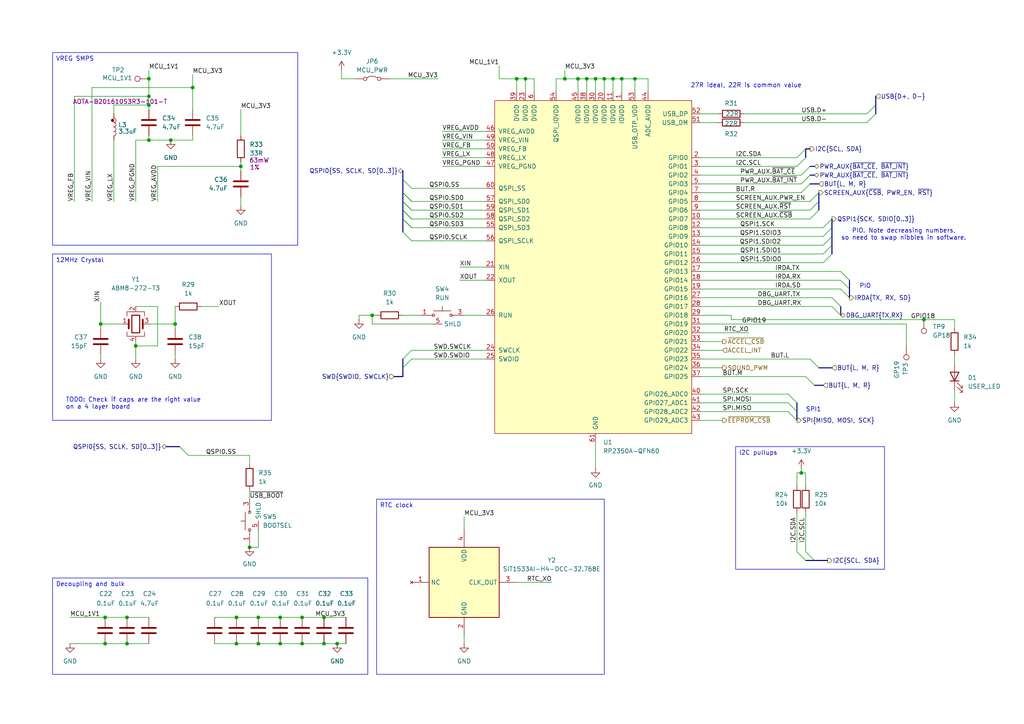
<source format=kicad_sch>
(kicad_sch (version 20250114) (generator "eeschema") (generator_version "9.0")
  (paper "A4")
  (lib_symbols
    (symbol "Connector:TestPoint" (pin_numbers (hide yes)) (pin_names (offset 0.762) (hide yes))
      (property "Reference" "TP" (at 0 6.858 0))
      (property "Value" "TestPoint" (at 0 5.08 0))
      (symbol "TestPoint_0_1"
        (circle (center 0 3.302) (radius 0.762))
      )
      (symbol "TestPoint_1_1"
        (pin passive line (at 0 0 90) (length 2.54) (name "1") (number "1"))
      )
    )
    (symbol "CustomSymbols:WS_TASV_435151014824"
      (property "Reference" "SW" (at 0 0 0))
      (symbol "WS_TASV_435151014824_0_1"
        (polyline (pts (xy -3.81 -3.81) (xy -2.54 -3.81)))
        (polyline (pts (xy -2.54 -2.54) (xy 2.54 -2.54)))
        (circle (center -2.54 -3.81) (radius 0.3807))
        (polyline (pts (xy 0 -2.54) (xy 0 -1.27)))
        (circle (center 2.54 -3.81) (radius 0.3807))
        (polyline (pts (xy 3.81 -3.81) (xy 2.54 -3.81)))
      )
      (symbol "WS_TASV_435151014824_1_1"
        (pin passive line (at -6.35 -3.81 0) (length 2.54) (name "") (number "1"))
        (pin passive line (at -6.35 -3.81 0) (length 2.54) (hide yes) (name "") (number "2"))
        (pin passive line (at -2.54 -6.35 0) (length 2.54) (name "SHLD") (number "5"))
        (pin passive line (at -2.54 -6.35 0) (length 2.54) (hide yes) (name "SHLD") (number "6"))
        (pin passive line (at 6.35 -3.81 180) (length 2.54) (name "") (number "3"))
        (pin passive line (at 6.35 -3.81 180) (length 2.54) (hide yes) (name "") (number "4"))
      )
    )
    (symbol "Device:C" (pin_numbers (hide yes)) (pin_names (offset 0.254))
      (property "Reference" "C" (at 0.635 2.54 0))
      (property "Value" "C" (at 0.635 -2.54 0))
      (symbol "C_0_1"
        (polyline (pts (xy -2.032 0.762) (xy 2.032 0.762)) (stroke (width 0.508)))
        (polyline (pts (xy -2.032 -0.762) (xy 2.032 -0.762)) (stroke (width 0.508)))
      )
      (symbol "C_1_1"
        (pin passive line (at 0 3.81 270) (length 2.794) (name "~") (number "1"))
        (pin passive line (at 0 -3.81 90) (length 2.794) (name "~") (number "2"))
      )
    )
    (symbol "Device:Crystal_GND24" (pin_names (offset 1.016) (hide yes))
      (property "Reference" "Y" (at 3.175 5.08 0))
      (property "Value" "Crystal_GND24" (at 3.175 3.175 0))
      (symbol "Crystal_GND24_0_1"
        (polyline (pts (xy -2.54 2.286) (xy -2.54 3.556) (xy 2.54 3.556) (xy 2.54 2.286)))
        (polyline (pts (xy -2.54 0) (xy -2.032 0)))
        (polyline (pts (xy -2.54 -2.286) (xy -2.54 -3.556) (xy 2.54 -3.556) (xy 2.54 -2.286)))
        (polyline (pts (xy -2.032 -1.27) (xy -2.032 1.27)) (stroke (width 0.508)))
        (rectangle (start -1.143 2.54) (end 1.143 -2.54) (stroke (width 0.3048)))
        (polyline (pts (xy 0 3.556) (xy 0 3.81)))
        (polyline (pts (xy 0 -3.81) (xy 0 -3.556)))
        (polyline (pts (xy 2.032 0) (xy 2.54 0)))
        (polyline (pts (xy 2.032 -1.27) (xy 2.032 1.27)) (stroke (width 0.508)))
      )
      (symbol "Crystal_GND24_1_1"
        (pin passive line (at -3.81 0 0) (length 1.27) (name "1") (number "1"))
        (pin passive line (at 0 5.08 270) (length 1.27) (name "2") (number "2"))
        (pin passive line (at 0 -5.08 90) (length 1.27) (name "4") (number "4"))
        (pin passive line (at 3.81 0 180) (length 1.27) (name "3") (number "3"))
      )
    )
    (symbol "Device:LED" (pin_numbers (hide yes)) (pin_names (offset 1.016) (hide yes))
      (property "Reference" "D" (at 0 2.54 0))
      (property "Value" "LED" (at 0 -2.54 0))
      (symbol "LED_0_1"
        (polyline (pts (xy -3.048 -0.762) (xy -4.572 -2.286) (xy -3.81 -2.286) (xy -4.572 -2.286) (xy -4.572 -1.524)))
        (polyline (pts (xy -1.778 -0.762) (xy -3.302 -2.286) (xy -2.54 -2.286) (xy -3.302 -2.286) (xy -3.302 -1.524)))
        (polyline (pts (xy -1.27 0) (xy 1.27 0)))
        (polyline (pts (xy -1.27 -1.27) (xy -1.27 1.27)) (stroke (width 0.254)))
        (polyline (pts (xy 1.27 -1.27) (xy 1.27 1.27) (xy -1.27 0) (xy 1.27 -1.27)) (stroke (width 0.254)))
      )
      (symbol "LED_1_1"
        (pin passive line (at -3.81 0 0) (length 2.54) (name "K") (number "1"))
        (pin passive line (at 3.81 0 180) (length 2.54) (name "A") (number "2"))
      )
    )
    (symbol "Device:R" (pin_numbers (hide yes)) (pin_names (offset 0))
      (property "Reference" "R" (at 2.032 0 90))
      (property "Value" "R" (at 0 0 90))
      (symbol "R_0_1"
        (rectangle (start -1.016 -2.54) (end 1.016 2.54) (stroke (width 0.254)))
      )
      (symbol "R_1_1"
        (pin passive line (at 0 3.81 270) (length 1.27) (name "~") (number "1"))
        (pin passive line (at 0 -3.81 90) (length 1.27) (name "~") (number "2"))
      )
    )
    (symbol "Jumper:Jumper_2_Bridged" (pin_numbers (hide yes)) (pin_names (offset 0) (hide yes)) (exclude_from_sim yes)
      (property "Reference" "JP" (at 0 1.905 0))
      (property "Value" "Jumper_2_Bridged" (at 0 -2.54 0))
      (symbol "Jumper_2_Bridged_0_0"
        (circle (center -2.032 0) (radius 0.508))
        (circle (center 2.032 0) (radius 0.508))
      )
      (symbol "Jumper_2_Bridged_0_1"
        (arc (start -1.524 0.254) (mid 0 0.762) (end 1.524 0.254))
      )
      (symbol "Jumper_2_Bridged_1_1"
        (pin passive line (at -5.08 0 0) (length 2.54) (name "A") (number "1"))
        (pin passive line (at 5.08 0 180) (length 2.54) (name "B") (number "2"))
      )
    )
    (symbol "SamacSys_Parts:L_Polarised" (pin_numbers (hide yes)) (pin_names (hide yes))
      (property "Reference" "L" (at 3.81 1.524 0))
      (symbol "L_Polarised_0_1"
        (arc (start 0 -1.27) (mid 0.6323 -1.905) (end 0 -2.54))
        (arc (start 0 -2.54) (mid 0.6323 -3.175) (end 0 -3.81))
        (arc (start 0 -3.81) (mid 0.6323 -4.445) (end 0 -5.08))
        (arc (start 0 -5.08) (mid 0.6323 -5.715) (end 0 -6.35))
      )
      (symbol "L_Polarised_1_1"
        (circle (center -0.352 -1.8889) (radius 0.3975) (fill (type color) (color 132 0 0 1)))
        (pin passive line (at 0 0 270) (length 1.27) (name "1") (number "1"))
        (pin passive line (at 0 -7.62 90) (length 1.27) (name "2") (number "2"))
      )
    )
    (symbol "SamacSys_Parts:SIT1533AI-H4-DCC-32.768E"
      (property "Reference" "Y" (at 26.67 15.24 0))
      (property "Value" "SIT1533AI-H4-DCC-32.768E" (at 26.67 12.7 0))
      (symbol "SIT1533AI-H4-DCC-32.768E_1_1"
        (rectangle (start 5.08 10.16) (end 25.4 -10.16) (stroke (width 0.254)) (fill (type background)))
        (pin no_connect line (at 0 0 0) (length 5.08) (name "NC") (number "1"))
        (pin passive line (at 15.24 15.24 270) (length 5.08) (name "VDD") (number "4"))
        (pin passive line (at 15.24 -15.24 90) (length 5.08) (name "GND") (number "2"))
        (pin passive line (at 30.48 0 180) (length 5.08) (name "CLK_OUT") (number "3"))
      )
    )
    (symbol "power:+3.3V" (power) (pin_numbers (hide yes)) (pin_names (offset 0) (hide yes))
      (property "Value" "+3.3V" (at 0 3.556 0))
      (symbol "+3.3V_0_1"
        (polyline (pts (xy -0.762 1.27) (xy 0 2.54)))
        (polyline (pts (xy 0 2.54) (xy 0.762 1.27)))
        (polyline (pts (xy 0 0) (xy 0 2.54)))
      )
      (symbol "+3.3V_1_1"
        (pin power_in line (at 0 0 90) (length 0) (name "~") (number "1"))
      )
    )
    (symbol "power:GND" (power) (pin_numbers (hide yes)) (pin_names (offset 0) (hide yes))
      (property "Value" "GND" (at 0 -3.81 0))
      (symbol "GND_0_1"
        (polyline (pts (xy 0 0) (xy 0 -1.27) (xy 1.27 -1.27) (xy 0 -2.54) (xy -1.27 -1.27) (xy 0 -1.27)))
      )
      (symbol "GND_1_1"
        (pin power_in line (at 0 0 270) (length 0) (name "~") (number "1"))
      )
    )
    (symbol "rp2350a-qfn60:RP2350A-QFN60" (pin_names (offset 1.016))
      (property "Reference" "U1" (at 2.1941 -54.61 0))
      (property "Value" "RP2350A-QFN60" (at 2.1941 -57.15 0))
      (symbol "RP2350A-QFN60_1_0"
        (pin passive line (at 0 -54.61 90) (length 2.54) (name "GND") (number "61"))
      )
      (symbol "RP2350A-QFN60_1_1"
        (rectangle (start -29.21 44.45) (end 27.94 -52.07) (fill (type background)))
        (pin power_in line (at -31.75 35.56 0) (length 2.54) (name "VREG_AVDD") (number "46"))
        (pin power_in line (at -31.75 33.02 0) (length 2.54) (name "VREG_VIN") (number "49"))
        (pin power_in line (at -31.75 30.48 0) (length 2.54) (name "VREG_FB") (number "50"))
        (pin power_out line (at -31.75 27.94 0) (length 2.54) (name "VREG_LX") (number "48"))
        (pin input line (at -31.75 25.4 0) (length 2.54) (name "VREG_PGND") (number "47"))
        (pin bidirectional line (at -31.75 19.05 0) (length 2.54) (name "QSPI_SS") (number "60"))
        (pin bidirectional line (at -31.75 15.24 0) (length 2.54) (name "QSPI_SD0") (number "57"))
        (pin bidirectional line (at -31.75 12.7 0) (length 2.54) (name "QSPI_SD1") (number "59"))
        (pin bidirectional line (at -31.75 10.16 0) (length 2.54) (name "QSPI_SD2") (number "58"))
        (pin bidirectional line (at -31.75 7.62 0) (length 2.54) (name "QSPI_SD3") (number "55"))
        (pin bidirectional line (at -31.75 3.81 0) (length 2.54) (name "QSPI_SCLK") (number "56"))
        (pin input line (at -31.75 -3.81 0) (length 2.54) (name "XIN") (number "21"))
        (pin output line (at -31.75 -7.62 0) (length 2.54) (name "XOUT") (number "22"))
        (pin input line (at -31.75 -17.78 0) (length 2.54) (name "RUN") (number "26"))
        (pin input line (at -31.75 -27.94 0) (length 2.54) (name "SWCLK") (number "24"))
        (pin bidirectional line (at -31.75 -30.48 0) (length 2.54) (name "SWDIO") (number "25"))
        (pin power_in line (at -22.86 46.99 270) (length 2.54) (name "DVDD") (number "39"))
        (pin power_in line (at -20.32 46.99 270) (length 2.54) (name "DVDD") (number "23"))
        (pin power_in line (at -17.78 46.99 270) (length 2.54) (name "DVDD") (number "6"))
        (pin power_in line (at -11.43 46.99 270) (length 2.54) (name "QSPI_IOVDD") (number "54"))
        (pin power_in line (at -5.08 46.99 270) (length 2.54) (name "IOVDD") (number "45"))
        (pin power_in line (at -2.54 46.99 270) (length 2.54) (name "IOVDD") (number "38"))
        (pin power_in line (at 0 46.99 270) (length 2.54) (name "IOVDD") (number "30"))
        (pin power_in line (at 2.54 46.99 270) (length 2.54) (name "IOVDD") (number "20"))
        (pin power_in line (at 5.08 46.99 270) (length 2.54) (name "IOVDD") (number "11"))
        (pin power_in line (at 7.62 46.99 270) (length 2.54) (name "IOVDD") (number "1"))
        (pin power_in line (at 11.43 46.99 270) (length 2.54) (name "USB_OTP_VDD") (number "53"))
        (pin power_in line (at 15.24 46.99 270) (length 2.54) (name "ADC_AVDD") (number "44"))
        (pin bidirectional line (at 30.48 40.64 180) (length 2.54) (name "USB_DP") (number "52"))
        (pin bidirectional line (at 30.48 38.1 180) (length 2.54) (name "USB_DM") (number "51"))
        (pin bidirectional line (at 30.48 27.94 180) (length 2.54) (name "GPIO0") (number "2"))
        (pin bidirectional line (at 30.48 25.4 180) (length 2.54) (name "GPIO1") (number "3"))
        (pin bidirectional line (at 30.48 22.86 180) (length 2.54) (name "GPIO2") (number "4"))
        (pin bidirectional line (at 30.48 20.32 180) (length 2.54) (name "GPIO3") (number "5"))
        (pin bidirectional line (at 30.48 17.78 180) (length 2.54) (name "GPIO4") (number "7"))
        (pin bidirectional line (at 30.48 15.24 180) (length 2.54) (name "GPIO5") (number "8"))
        (pin bidirectional line (at 30.48 12.7 180) (length 2.54) (name "GPIO6") (number "9"))
        (pin bidirectional line (at 30.48 10.16 180) (length 2.54) (name "GPIO7") (number "10"))
        (pin bidirectional line (at 30.48 7.62 180) (length 2.54) (name "GPIO8") (number "12"))
        (pin bidirectional line (at 30.48 5.08 180) (length 2.54) (name "GPIO9") (number "13"))
        (pin bidirectional line (at 30.48 2.54 180) (length 2.54) (name "GPIO10") (number "14"))
        (pin bidirectional line (at 30.48 0 180) (length 2.54) (name "GPIO11") (number "15"))
        (pin bidirectional line (at 30.48 -2.54 180) (length 2.54) (name "GPIO12") (number "16"))
        (pin bidirectional line (at 30.48 -5.08 180) (length 2.54) (name "GPIO13") (number "17"))
        (pin bidirectional line (at 30.48 -7.62 180) (length 2.54) (name "GPIO14") (number "18"))
        (pin bidirectional line (at 30.48 -10.16 180) (length 2.54) (name "GPIO15") (number "19"))
        (pin bidirectional line (at 30.48 -12.7 180) (length 2.54) (name "GPIO16") (number "27"))
        (pin bidirectional line (at 30.48 -15.24 180) (length 2.54) (name "GPIO17") (number "28"))
        (pin bidirectional line (at 30.48 -17.78 180) (length 2.54) (name "GPIO18") (number "29"))
        (pin bidirectional line (at 30.48 -20.32 180) (length 2.54) (name "GPIO19") (number "31"))
        (pin bidirectional line (at 30.48 -22.86 180) (length 2.54) (name "GPIO20") (number "32"))
        (pin bidirectional line (at 30.48 -25.4 180) (length 2.54) (name "GPIO21") (number "33"))
        (pin bidirectional line (at 30.48 -27.94 180) (length 2.54) (name "GPIO22") (number "34"))
        (pin bidirectional line (at 30.48 -30.48 180) (length 2.54) (name "GPIO23") (number "35"))
        (pin bidirectional line (at 30.48 -33.02 180) (length 2.54) (name "GPIO24") (number "36"))
        (pin bidirectional line (at 30.48 -35.56 180) (length 2.54) (name "GPIO25") (number "37"))
        (pin bidirectional line (at 30.48 -40.64 180) (length 2.54) (name "GPIO26_ADC0") (number "40"))
        (pin bidirectional line (at 30.48 -43.18 180) (length 2.54) (name "GPIO27_ADC1") (number "41"))
        (pin bidirectional line (at 30.48 -45.72 180) (length 2.54) (name "GPIO28_ADC2") (number "42"))
        (pin bidirectional line (at 30.48 -48.26 180) (length 2.54) (name "GPIO29_ADC3") (number "43"))
      )
    )
  )
  (text "PIO" (at 250.952 83.058 0) (effects (font (size 1.27 1.27))))
  (text "TODO: Check if caps are the right value\non a 4 layer board" (at 19.05 117.094 0) (effects (font (size 1.27 1.27)) (justify left)))
  (text "PIO. Note decreasing numbers,\nso need to swap nibbles in software." (at 262.128 68.072 0) (effects (font (size 1.27 1.27))))
  (text "27R ideal, 22R is common value" (at 216.408 24.892 0) (effects (font (size 1.27 1.27))))
  (text "SPI1" (at 235.966 118.872 0) (effects (font (size 1.27 1.27))))
  (text_box "VREG SMPS" (at 15.24 15.24 0) (size 71.12 55.88) (margins 0.9525 0.9525 0.9525 0.9525) (effects (font (size 1.27 1.27)) (justify left top)))
  (text_box "Decoupling and bulk" (at 15.24 167.64 0) (size 91.44 27.94) (margins 0.9525 0.9525 0.9525 0.9525) (effects (font (size 1.27 1.27)) (justify left top)))
  (text_box "RTC clock" (at 109.22 144.78 0) (size 66.04 50.8) (margins 0.9525 0.9525 0.9525 0.9525) (effects (font (size 1.27 1.27)) (justify left top)))
  (text_box "I2C pullups" (at 213.36 129.54 0) (size 43.18 35.56) (margins 0.9525 0.9525 0.9525 0.9525) (effects (font (size 1.27 1.27)) (justify left top)))
  (text_box "12MHz Crystal" (at 15.24 73.66 0) (size 63.5 48.26) (margins 0.9525 0.9525 0.9525 0.9525) (effects (font (size 1.27 1.27)) (justify left top)))
  (junction (at 87.63 186.69))
  (junction (at 74.93 186.69))
  (junction (at 43.18 30.48))
  (junction (at 43.18 22.86))
  (junction (at 50.8 93.98))
  (junction (at 43.18 27.94))
  (junction (at 93.98 186.69))
  (junction (at 69.85 48.26))
  (junction (at 39.37 100.33))
  (junction (at 43.18 40.64))
  (junction (at 177.8 22.86))
  (junction (at 72.39 158.75))
  (junction (at 87.63 179.07))
  (junction (at 49.53 40.64))
  (junction (at 30.48 186.69))
  (junction (at 152.4 22.86))
  (junction (at 175.26 22.86))
  (junction (at 36.83 179.07))
  (junction (at 232.41 137.16))
  (junction (at 93.98 179.07))
  (junction (at 68.58 186.69))
  (junction (at 30.48 179.07))
  (junction (at 74.93 179.07))
  (junction (at 172.72 22.86))
  (junction (at 184.15 22.86))
  (junction (at 68.58 179.07))
  (junction (at 180.34 22.86))
  (junction (at 163.83 22.86))
  (junction (at 55.88 25.4))
  (junction (at 29.21 93.98))
  (junction (at 267.97 92.71))
  (junction (at 107.95 91.44))
  (junction (at 149.86 22.86))
  (junction (at 81.28 186.69))
  (junction (at 167.64 22.86))
  (junction (at 170.18 22.86))
  (junction (at 36.83 186.69))
  (junction (at 81.28 179.07))
  (junction (at 97.79 186.69))
  (bus_entry (at 238.76 71.12) (size 2.54 -2.54))
  (bus_entry (at 116.84 60.96) (size 2.54 2.54))
  (bus_entry (at 52.07 129.54) (size 2.54 2.54))
  (bus_entry (at 243.84 78.74) (size 2.54 2.54))
  (bus_entry (at 234.95 60.96) (size 2.54 -2.54))
  (bus_entry (at 233.68 162.56) (size -2.54 -2.54))
  (bus_entry (at 228.6 116.84) (size 2.54 2.54))
  (bus_entry (at 116.84 63.5) (size 2.54 2.54))
  (bus_entry (at 232.41 55.88) (size 2.54 -2.54))
  (bus_entry (at 116.84 52.07) (size 2.54 2.54))
  (bus_entry (at 231.14 48.26) (size 2.54 -2.54))
  (bus_entry (at 116.84 104.14) (size 2.54 -2.54))
  (bus_entry (at 116.84 67.31) (size 2.54 2.54))
  (bus_entry (at 241.3 86.36) (size 2.54 2.54))
  (bus_entry (at 116.84 63.5) (size 2.54 2.54))
  (bus_entry (at 251.46 35.56) (size 2.54 -2.54))
  (bus_entry (at 251.46 33.02) (size 2.54 -2.54))
  (bus_entry (at 233.68 109.22) (size 2.54 2.54))
  (bus_entry (at 228.6 114.3) (size 2.54 2.54))
  (bus_entry (at 234.95 104.14) (size 2.54 2.54))
  (bus_entry (at 234.95 63.5) (size 2.54 -2.54))
  (bus_entry (at 238.76 73.66) (size 2.54 -2.54))
  (bus_entry (at 116.84 58.42) (size 2.54 2.54))
  (bus_entry (at 238.76 68.58) (size 2.54 -2.54))
  (bus_entry (at 116.84 58.42) (size 2.54 2.54))
  (bus_entry (at 238.76 76.2) (size 2.54 -2.54))
  (bus_entry (at 116.84 60.96) (size 2.54 2.54))
  (bus_entry (at 243.84 83.82) (size 2.54 2.54))
  (bus_entry (at 231.14 45.72) (size 2.54 -2.54))
  (bus_entry (at 116.84 106.68) (size 2.54 -2.54))
  (bus_entry (at 228.6 119.38) (size 2.54 2.54))
  (bus_entry (at 243.84 81.28) (size 2.54 2.54))
  (bus_entry (at 238.76 66.04) (size 2.54 -2.54))
  (bus_entry (at 232.41 53.34) (size 2.54 -2.54))
  (bus_entry (at 232.41 50.8) (size 2.54 -2.54))
  (bus_entry (at 234.95 58.42) (size 2.54 -2.54))
  (bus_entry (at 116.84 55.88) (size 2.54 2.54))
  (bus_entry (at 236.22 162.56) (size -2.54 -2.54))
  (bus_entry (at 241.3 88.9) (size 2.54 2.54))
  (bus_entry (at 116.84 55.88) (size 2.54 2.54))
  (wire (pts (xy 72.39 134.62) (xy 72.39 132.08)))
  (wire (pts (xy 203.2 119.38) (xy 228.6 119.38)))
  (wire (pts (xy 43.18 39.37) (xy 43.18 40.64)))
  (wire (pts (xy 119.38 54.61) (xy 140.97 54.61)))
  (wire (pts (xy 163.83 22.86) (xy 167.64 22.86)))
  (wire (pts (xy 45.72 58.42) (xy 45.72 48.26)))
  (wire (pts (xy 134.62 91.44) (xy 140.97 91.44)))
  (wire (pts (xy 26.67 25.4) (xy 55.88 25.4)))
  (wire (pts (xy 119.38 101.6) (xy 140.97 101.6)))
  (wire (pts (xy 119.38 69.85) (xy 140.97 69.85)))
  (wire (pts (xy 54.61 132.08) (xy 72.39 132.08)))
  (wire (pts (xy 93.98 179.07) (xy 100.33 179.07)))
  (bus (pts (xy 116.84 55.88) (xy 116.84 58.42)))
  (wire (pts (xy 99.06 20.32) (xy 99.06 22.86)))
  (wire (pts (xy 29.21 104.14) (xy 29.21 102.87)))
  (wire (pts (xy 203.2 83.82) (xy 243.84 83.82)))
  (wire (pts (xy 163.83 20.32) (xy 163.83 22.86)))
  (bus (pts (xy 116.84 49.53) (xy 116.84 52.07)))
  (bus (pts (xy 246.38 86.36) (xy 246.38 83.82)))
  (bus (pts (xy 236.22 111.76) (xy 238.76 111.76)))
  (bus (pts (xy 233.68 43.18) (xy 234.95 43.18)))
  (wire (pts (xy 172.72 128.27) (xy 172.72 135.89)))
  (wire (pts (xy 262.89 93.98) (xy 262.89 100.33)))
  (wire (pts (xy 170.18 22.86) (xy 172.72 22.86)))
  (bus (pts (xy 116.84 109.22) (xy 116.84 106.68)))
  (wire (pts (xy 26.67 25.4) (xy 26.67 58.42)))
  (wire (pts (xy 203.2 106.68) (xy 209.55 106.68)))
  (wire (pts (xy 187.96 22.86) (xy 187.96 26.67)))
  (wire (pts (xy 212.09 92.71) (xy 267.97 92.71)))
  (wire (pts (xy 134.62 184.15) (xy 134.62 186.69)))
  (wire (pts (xy 177.8 22.86) (xy 177.8 26.67)))
  (wire (pts (xy 119.38 66.04) (xy 140.97 66.04)))
  (wire (pts (xy 20.32 179.07) (xy 30.48 179.07)))
  (wire (pts (xy 167.64 22.86) (xy 170.18 22.86)))
  (wire (pts (xy 203.2 68.58) (xy 238.76 68.58)))
  (bus (pts (xy 233.68 43.18) (xy 233.68 45.72)))
  (bus (pts (xy 241.3 66.04) (xy 241.3 63.5)))
  (wire (pts (xy 203.2 45.72) (xy 231.14 45.72)))
  (wire (pts (xy 30.48 186.69) (xy 36.83 186.69)))
  (wire (pts (xy 161.29 22.86) (xy 161.29 26.67)))
  (wire (pts (xy 144.78 22.86) (xy 149.86 22.86)))
  (wire (pts (xy 203.2 73.66) (xy 238.76 73.66)))
  (bus (pts (xy 116.84 104.14) (xy 116.84 106.68)))
  (bus (pts (xy 254 30.48) (xy 254 33.02)))
  (wire (pts (xy 203.2 114.3) (xy 228.6 114.3)))
  (wire (pts (xy 231.14 148.59) (xy 231.14 160.02)))
  (wire (pts (xy 233.68 137.16) (xy 233.68 140.97)))
  (wire (pts (xy 99.06 22.86) (xy 102.87 22.86)))
  (bus (pts (xy 241.3 68.58) (xy 241.3 66.04)))
  (wire (pts (xy 45.72 48.26) (xy 69.85 48.26)))
  (wire (pts (xy 39.37 88.9) (xy 45.72 88.9)))
  (wire (pts (xy 203.2 78.74) (xy 243.84 78.74)))
  (wire (pts (xy 203.2 101.6) (xy 209.55 101.6)))
  (wire (pts (xy 152.4 22.86) (xy 152.4 26.67)))
  (wire (pts (xy 33.02 40.64) (xy 33.02 58.42)))
  (wire (pts (xy 55.88 21.59) (xy 55.88 25.4)))
  (wire (pts (xy 69.85 57.15) (xy 69.85 59.69)))
  (wire (pts (xy 175.26 22.86) (xy 175.26 26.67)))
  (wire (pts (xy 203.2 104.14) (xy 234.95 104.14)))
  (wire (pts (xy 69.85 31.75) (xy 69.85 39.37)))
  (wire (pts (xy 21.59 27.94) (xy 43.18 27.94)))
  (wire (pts (xy 133.35 77.47) (xy 140.97 77.47)))
  (bus (pts (xy 241.3 71.12) (xy 241.3 68.58)))
  (wire (pts (xy 172.72 22.86) (xy 172.72 26.67)))
  (wire (pts (xy 203.2 33.02) (xy 208.28 33.02)))
  (wire (pts (xy 128.27 45.72) (xy 140.97 45.72)))
  (bus (pts (xy 237.49 60.96) (xy 237.49 58.42)))
  (wire (pts (xy 149.86 22.86) (xy 152.4 22.86)))
  (wire (pts (xy 72.39 142.24) (xy 72.39 144.78)))
  (wire (pts (xy 203.2 96.52) (xy 217.17 96.52)))
  (wire (pts (xy 212.09 91.44) (xy 212.09 92.71)))
  (wire (pts (xy 203.2 66.04) (xy 238.76 66.04)))
  (wire (pts (xy 107.95 91.44) (xy 109.22 91.44)))
  (wire (pts (xy 128.27 48.26) (xy 140.97 48.26)))
  (wire (pts (xy 43.18 20.32) (xy 43.18 22.86)))
  (wire (pts (xy 184.15 22.86) (xy 187.96 22.86)))
  (bus (pts (xy 243.84 91.44) (xy 243.84 88.9)))
  (bus (pts (xy 116.84 63.5) (xy 116.84 67.31)))
  (wire (pts (xy 276.86 92.71) (xy 276.86 95.25)))
  (wire (pts (xy 68.58 186.69) (xy 74.93 186.69)))
  (wire (pts (xy 134.62 149.86) (xy 134.62 153.67)))
  (bus (pts (xy 241.3 73.66) (xy 241.3 71.12)))
  (bus (pts (xy 116.84 52.07) (xy 116.84 55.88)))
  (wire (pts (xy 39.37 99.06) (xy 39.37 100.33)))
  (wire (pts (xy 203.2 93.98) (xy 262.89 93.98)))
  (wire (pts (xy 107.95 93.98) (xy 125.73 93.98)))
  (wire (pts (xy 203.2 109.22) (xy 233.68 109.22)))
  (wire (pts (xy 50.8 95.25) (xy 50.8 93.98)))
  (bus (pts (xy 237.49 53.34) (xy 234.95 53.34)))
  (wire (pts (xy 87.63 179.07) (xy 93.98 179.07)))
  (wire (pts (xy 170.18 22.86) (xy 170.18 26.67)))
  (wire (pts (xy 43.18 93.98) (xy 50.8 93.98)))
  (wire (pts (xy 58.42 88.9) (xy 63.5 88.9)))
  (wire (pts (xy 104.14 91.44) (xy 104.14 92.71)))
  (wire (pts (xy 20.32 186.69) (xy 30.48 186.69)))
  (wire (pts (xy 104.14 91.44) (xy 107.95 91.44)))
  (wire (pts (xy 215.9 33.02) (xy 251.46 33.02)))
  (wire (pts (xy 72.39 157.48) (xy 72.39 158.75)))
  (wire (pts (xy 167.64 22.86) (xy 167.64 26.67)))
  (wire (pts (xy 203.2 58.42) (xy 234.95 58.42)))
  (wire (pts (xy 203.2 60.96) (xy 234.95 60.96)))
  (wire (pts (xy 62.23 179.07) (xy 68.58 179.07)))
  (wire (pts (xy 74.93 153.67) (xy 74.93 158.75)))
  (wire (pts (xy 133.35 81.28) (xy 140.97 81.28)))
  (wire (pts (xy 119.38 63.5) (xy 140.97 63.5)))
  (wire (pts (xy 180.34 22.86) (xy 184.15 22.86)))
  (wire (pts (xy 184.15 22.86) (xy 184.15 26.67)))
  (bus (pts (xy 246.38 83.82) (xy 246.38 81.28)))
  (wire (pts (xy 203.2 35.56) (xy 208.28 35.56)))
  (wire (pts (xy 21.59 58.42) (xy 21.59 27.94)))
  (wire (pts (xy 128.27 40.64) (xy 140.97 40.64)))
  (wire (pts (xy 203.2 48.26) (xy 231.14 48.26)))
  (wire (pts (xy 50.8 104.14) (xy 50.8 102.87)))
  (wire (pts (xy 238.76 71.12) (xy 203.2 71.12)))
  (wire (pts (xy 232.41 135.89) (xy 232.41 137.16)))
  (wire (pts (xy 97.79 186.69) (xy 100.33 186.69)))
  (bus (pts (xy 114.3 109.22) (xy 116.84 109.22)))
  (wire (pts (xy 69.85 48.26) (xy 69.85 49.53)))
  (wire (pts (xy 203.2 121.92) (xy 209.55 121.92)))
  (wire (pts (xy 232.41 137.16) (xy 233.68 137.16)))
  (wire (pts (xy 203.2 86.36) (xy 241.3 86.36)))
  (wire (pts (xy 33.02 33.02) (xy 33.02 30.48)))
  (wire (pts (xy 154.94 22.86) (xy 154.94 26.67)))
  (wire (pts (xy 276.86 102.87) (xy 276.86 105.41)))
  (wire (pts (xy 203.2 99.06) (xy 209.55 99.06)))
  (wire (pts (xy 62.23 186.69) (xy 68.58 186.69)))
  (wire (pts (xy 203.2 50.8) (xy 232.41 50.8)))
  (wire (pts (xy 50.8 93.98) (xy 50.8 88.9)))
  (wire (pts (xy 55.88 31.75) (xy 55.88 25.4)))
  (wire (pts (xy 203.2 81.28) (xy 243.84 81.28)))
  (wire (pts (xy 161.29 22.86) (xy 163.83 22.86)))
  (wire (pts (xy 180.34 22.86) (xy 180.34 26.67)))
  (wire (pts (xy 29.21 95.25) (xy 29.21 93.98)))
  (wire (pts (xy 128.27 43.18) (xy 140.97 43.18)))
  (wire (pts (xy 87.63 186.69) (xy 93.98 186.69)))
  (wire (pts (xy 149.86 26.67) (xy 149.86 22.86)))
  (wire (pts (xy 203.2 76.2) (xy 238.76 76.2)))
  (wire (pts (xy 231.14 137.16) (xy 232.41 137.16)))
  (wire (pts (xy 175.26 22.86) (xy 177.8 22.86)))
  (wire (pts (xy 35.56 93.98) (xy 29.21 93.98)))
  (bus (pts (xy 231.14 121.92) (xy 231.14 119.38)))
  (wire (pts (xy 81.28 186.69) (xy 87.63 186.69)))
  (wire (pts (xy 128.27 38.1) (xy 140.97 38.1)))
  (wire (pts (xy 43.18 40.64) (xy 39.37 40.64)))
  (wire (pts (xy 55.88 40.64) (xy 55.88 39.37)))
  (wire (pts (xy 144.78 19.05) (xy 144.78 22.86)))
  (wire (pts (xy 203.2 91.44) (xy 212.09 91.44)))
  (wire (pts (xy 33.02 30.48) (xy 43.18 30.48)))
  (wire (pts (xy 203.2 116.84) (xy 228.6 116.84)))
  (wire (pts (xy 113.03 22.86) (xy 127 22.86)))
  (bus (pts (xy 241.3 106.68) (xy 237.49 106.68)))
  (wire (pts (xy 203.2 88.9) (xy 241.3 88.9)))
  (bus (pts (xy 116.84 58.42) (xy 116.84 60.96)))
  (wire (pts (xy 149.86 168.91) (xy 160.02 168.91)))
  (wire (pts (xy 276.86 113.03) (xy 276.86 116.84)))
  (bus (pts (xy 234.95 48.26) (xy 236.22 48.26)))
  (wire (pts (xy 68.58 179.07) (xy 74.93 179.07)))
  (wire (pts (xy 45.72 88.9) (xy 45.72 100.33)))
  (wire (pts (xy 29.21 93.98) (xy 29.21 87.63)))
  (wire (pts (xy 267.97 92.71) (xy 276.86 92.71)))
  (wire (pts (xy 43.18 22.86) (xy 43.18 27.94)))
  (wire (pts (xy 203.2 53.34) (xy 232.41 53.34)))
  (wire (pts (xy 39.37 40.64) (xy 39.37 58.42)))
  (wire (pts (xy 231.14 137.16) (xy 231.14 140.97)))
  (wire (pts (xy 93.98 186.69) (xy 97.79 186.69)))
  (bus (pts (xy 234.95 50.8) (xy 236.22 50.8)))
  (wire (pts (xy 233.68 148.59) (xy 233.68 160.02)))
  (wire (pts (xy 119.38 104.14) (xy 140.97 104.14)))
  (wire (pts (xy 45.72 100.33) (xy 39.37 100.33)))
  (wire (pts (xy 203.2 55.88) (xy 232.41 55.88)))
  (wire (pts (xy 49.53 40.64) (xy 43.18 40.64)))
  (wire (pts (xy 203.2 63.5) (xy 234.95 63.5)))
  (bus (pts (xy 254 27.94) (xy 254 30.48)))
  (wire (pts (xy 152.4 22.86) (xy 154.94 22.86)))
  (wire (pts (xy 69.85 46.99) (xy 69.85 48.26)))
  (bus (pts (xy 236.22 162.56) (xy 240.03 162.56)))
  (wire (pts (xy 119.38 58.42) (xy 140.97 58.42)))
  (wire (pts (xy 36.83 179.07) (xy 43.18 179.07)))
  (bus (pts (xy 116.84 60.96) (xy 116.84 63.5)))
  (wire (pts (xy 215.9 35.56) (xy 251.46 35.56)))
  (wire (pts (xy 116.84 91.44) (xy 121.92 91.44)))
  (wire (pts (xy 39.37 100.33) (xy 39.37 104.14)))
  (wire (pts (xy 172.72 22.86) (xy 175.26 22.86)))
  (wire (pts (xy 43.18 27.94) (xy 43.18 30.48)))
  (wire (pts (xy 74.93 186.69) (xy 81.28 186.69)))
  (wire (pts (xy 49.53 40.64) (xy 55.88 40.64)))
  (wire (pts (xy 119.38 60.96) (xy 140.97 60.96)))
  (wire (pts (xy 74.93 179.07) (xy 81.28 179.07)))
  (bus (pts (xy 231.14 119.38) (xy 231.14 116.84)))
  (wire (pts (xy 36.83 186.69) (xy 43.18 186.69)))
  (wire (pts (xy 43.18 30.48) (xy 43.18 31.75)))
  (bus (pts (xy 48.26 129.54) (xy 52.07 129.54)))
  (bus (pts (xy 233.68 162.56) (xy 236.22 162.56)))
  (wire (pts (xy 107.95 91.44) (xy 107.95 93.98)))
  (wire (pts (xy 81.28 179.07) (xy 87.63 179.07)))
  (wire (pts (xy 30.48 179.07) (xy 36.83 179.07)))
  (wire (pts (xy 74.93 158.75) (xy 72.39 158.75)))
  (bus (pts (xy 237.49 58.42) (xy 237.49 55.88)))
  (wire (pts (xy 177.8 22.86) (xy 180.34 22.86)))
  (label "RTC_XO" (at 160.02 168.91 180))
  (label "XIN" (at 29.21 87.63 90))
  (label "I2C.SCL" (at 233.68 157.48 90))
  (label "QSPI0.SS" (at 59.69 132.08 0))
  (label "IRDA.SD" (at 224.79 83.82 0))
  (label "MCU_3V3" (at 55.88 21.59 0))
  (label "BUT.R" (at 213.36 55.88 0))
  (label "BUT.L" (at 223.52 104.14 0))
  (label "XOUT" (at 63.5 88.9 0))
  (label "QSPI0.SD0" (at 124.46 58.42 0))
  (label "QSPI0.SD3" (at 124.46 66.04 0))
  (label "MCU_3V3" (at 127 22.86 180))
  (label "MCU_1V1" (at 43.18 20.32 0))
  (label "MCU_3V3" (at 91.44 179.07 0))
  (label "QSPI1.SDIO3" (at 214.5726 68.58 0))
  (label "VREG_AVDD" (at 128.27 38.1 0))
  (label "MCU_1V1" (at 20.32 179.07 0))
  (label "QSPI1.SDIO1" (at 214.63 73.66 0))
  (label "QSPI0.SD2" (at 124.46 63.5 0))
  (label "SWD.SWCLK" (at 125.73 101.6 0))
  (label "IRDA.TX" (at 224.79 78.74 0))
  (label "VREG_FB" (at 21.59 58.42 90))
  (label "MCU_1V1" (at 144.78 19.05 180))
  (label "PWR_AUX.~{BAT_INT}" (at 214.63 53.34 0))
  (label "QSPI0.SD1" (at 124.46 60.96 0))
  (label "GPIO18" (at 264.16 92.71 0))
  (label "VREG_AVDD" (at 45.72 58.42 90))
  (label "IRDA.RX" (at 224.79 81.28 0))
  (label "I2C.SDA" (at 231.14 157.48 90))
  (label "VREG_PGND" (at 128.27 48.26 0))
  (label "SPI.MISO" (at 209.55 119.38 0))
  (label "GPIO19" (at 222.25 93.98 180))
  (label "SWD.SWDIO" (at 125.73 104.14 0))
  (label "VREG_LX" (at 33.02 58.42 90))
  (label "XOUT" (at 133.35 81.28 0))
  (label "MCU_3V3" (at 69.85 31.75 0))
  (label "QSPI1.SCK" (at 214.63 66.04 0))
  (label "QSPI1.SDIO0" (at 214.63 76.2 0))
  (label "USB.D-" (at 232.41 35.56 0))
  (label "I2C.SCL" (at 213.36 48.26 0))
  (label "SCREEN_AUX.~{RST}" (at 213.36 60.96 0))
  (label "I2C.SDA" (at 213.36 45.72 0))
  (label "USB.D+" (at 232.41 33.02 0))
  (label "XIN" (at 133.35 77.47 0))
  (label "QSPI1.SDIO2" (at 214.5013 71.12 0))
  (label "VREG_VIN" (at 128.27 40.64 0))
  (label "VREG_LX" (at 128.27 45.72 0))
  (label "DBG_UART.TX" (at 219.71 86.36 0))
  (label "QSPI0.SS" (at 124.46 54.61 0))
  (label "SCREEN_AUX.~{CSB}" (at 213.36 63.5 0))
  (label "VREG_PGND" (at 39.37 58.42 90))
  (label "SPI.SCK" (at 209.55 114.3 0))
  (label "MCU_3V3" (at 163.83 20.32 0))
  (label "MCU_3V3" (at 134.62 149.86 0))
  (label "SCREEN_AUX.PWR_EN" (at 213.36 58.42 0))
  (label "BUT.M" (at 209.55 109.22 0))
  (label "QSPI0.SCLK" (at 124.46 69.85 0))
  (label "VREG_VIN" (at 26.67 58.42 90))
  (label "RTC_XO" (at 217.17 96.52 180))
  (label "~{USB_BOOT}" (at 72.39 144.78 0))
  (label "SPI.MOSI" (at 209.55 116.84 0))
  (label "PWR_AUX.~{BAT_CE}" (at 214.63 50.8 0))
  (label "DBG_UART.RX" (at 219.71 88.9 0))
  (label "VREG_FB" (at 128.27 43.18 0))
  (hierarchical_label "PWR_AUX{~{BAT_CE}, ~{BAT_INT}}" (shape bidirectional) (at 236.22 48.26 0))
  (hierarchical_label "ACCEL_INT" (shape input) (at 209.55 101.6 0))
  (hierarchical_label "BUT{L, M, R}" (shape input) (at 241.3 106.68 0))
  (hierarchical_label "USB{D+, D-}" (shape input) (at 254 27.94 0))
  (hierarchical_label "PWR_AUX{~{BAT_CE}, ~{BAT_INT}}" (shape bidirectional) (at 236.22 50.8 0))
  (hierarchical_label "BUT{L, M, R}" (shape input) (at 237.49 53.34 0))
  (hierarchical_label "SWD{SWDIO, SWCLK}" (shape input) (at 114.3 109.22 180))
  (hierarchical_label "I2C{SCL, SDA}" (shape output) (at 234.95 43.18 0))
  (hierarchical_label "BUT{L, M, R}" (shape input) (at 238.76 111.76 0))
  (hierarchical_label "~{ACCEL_CSB}" (shape output) (at 209.55 99.06 0))
  (hierarchical_label "QSPI1{SCK, SDIO[0..3]}" (shape output) (at 241.3 63.5 0))
  (hierarchical_label "IRDA{TX, RX, SD}" (shape output) (at 246.38 86.36 0))
  (hierarchical_label "QSPI0{SS, SCLK, SD[0..3]}" (shape bidirectional) (at 116.84 49.53 180))
  (hierarchical_label "DBG_UART{TX,RX}" (shape bidirectional) (at 243.84 91.44 0))
  (hierarchical_label "SOUND_PWM" (shape output) (at 209.55 106.68 0))
  (hierarchical_label "I2C{SCL, SDA}" (shape output) (at 240.03 162.56 0))
  (hierarchical_label "~{EEPROM_CSB}" (shape output) (at 209.55 121.92 0))
  (hierarchical_label "QSPI0{SS, SCLK, SD[0..3]}" (shape bidirectional) (at 48.26 129.54 180))
  (hierarchical_label "SPI{MISO, MOSI, SCK}" (shape output) (at 231.14 121.92 0))
  (hierarchical_label "SCREEN_AUX{~{CSB}, PWR_EN, ~{RST}}" (shape output) (at 237.49 55.88 0))
  (symbol (lib_id "Device:C") (at 87.63 182.88 0) (unit 1)
    (property "Reference" "C31" (at 85.852 172.212 0) (effects (justify left)))
    (property "Value" "0.1uF" (at 85.09 175.006 0) (effects (justify left)))
    (property "Footprint" "Capacitor_SMD:C_0402_1005Metric" (effects (hide yes)))
    (property "Description" "Unpolarized capacitor" (effects (hide yes)))
  )
  (symbol (lib_id "power:GND") (at 134.62 186.69 0) (unit 1)
    (property "Reference" "#PWR065" (effects (hide yes)))
    (property "Value" "GND" (at 134.62 191.77 0))
    (property "Description" "Power symbol creates a global label with name \"GND\" , ground" (effects (hide yes)))
  )
  (symbol (lib_id "Device:C") (at 30.48 182.88 0) (unit 1)
    (property "Reference" "C22" (at 28.702 172.212 0) (effects (justify left)))
    (property "Value" "0.1uF" (at 27.94 175.006 0) (effects (justify left)))
    (property "Footprint" "Capacitor_SMD:C_0402_1005Metric" (effects (hide yes)))
    (property "Description" "Unpolarized capacitor" (effects (hide yes)))
  )
  (symbol (lib_id "Device:C") (at 81.28 182.88 0) (unit 1)
    (property "Reference" "C30" (at 79.502 172.212 0) (effects (justify left)))
    (property "Value" "0.1uF" (at 78.74 175.006 0) (effects (justify left)))
    (property "Footprint" "Capacitor_SMD:C_0402_1005Metric" (effects (hide yes)))
    (property "Description" "Unpolarized capacitor" (effects (hide yes)))
  )
  (symbol (lib_id "power:GND") (at 172.72 135.89 0) (unit 1)
    (property "Reference" "#PWR01" (effects (hide yes)))
    (property "Value" "GND" (at 172.72 140.716 0))
    (property "Description" "Power symbol creates a global label with name \"GND\" , ground" (effects (hide yes)))
  )
  (symbol (lib_id "Device:C") (at 29.21 99.06 0) (mirror y) (unit 1)
    (property "Reference" "C37" (at 25.4 97.7899 0) (effects (justify left)))
    (property "Value" "15pF" (at 25.4 100.3299 0) (effects (justify left)))
    (property "Footprint" "Capacitor_SMD:C_0201_0603Metric" (effects (hide yes)))
    (property "Description" "Unpolarized capacitor" (effects (hide yes)))
  )
  (symbol (lib_id "power:GND") (at 29.21 104.14 0) (unit 1)
    (property "Reference" "#PWR062" (effects (hide yes)))
    (property "Value" "GND" (at 29.21 109.22 0))
    (property "Description" "Power symbol creates a global label with name \"GND\" , ground" (effects (hide yes)))
  )
  (symbol (lib_id "Device:R") (at 233.68 144.78 0) (mirror y) (unit 1)
    (property "Reference" "R25" (at 236.22 143.5099 0) (effects (justify right)))
    (property "Value" "10k" (at 236.22 146.0499 0) (effects (justify right)))
    (property "Footprint" "Resistor_SMD:R_0402_1005Metric" (effects (hide yes)))
    (property "Description" "Resistor" (effects (hide yes)))
  )
  (symbol (lib_id "power:GND") (at 104.14 92.71 0) (unit 1)
    (property "Reference" "#PWR059" (effects (hide yes)))
    (property "Value" "GND" (at 104.14 97.79 0))
    (property "Description" "Power symbol creates a global label with name \"GND\" , ground" (effects (hide yes)))
  )
  (symbol (lib_id "Device:C") (at 50.8 99.06 0) (unit 1)
    (property "Reference" "C38" (at 54.61 97.7899 0) (effects (justify left)))
    (property "Value" "15pF" (at 54.61 100.3299 0) (effects (justify left)))
    (property "Footprint" "Capacitor_SMD:C_0201_0603Metric" (effects (hide yes)))
    (property "Description" "Unpolarized capacitor" (effects (hide yes)))
  )
  (symbol (lib_id "SamacSys_Parts:L_Polarised") (at 33.02 33.02 0) (unit 1)
    (property "Reference" "L3" (at 34.29 36.1949 0) (effects (justify left)))
    (property "Value" "3.3uF" (at 34.29 38.1 0) (effects (justify left)))
    (property "Footprint" "CustomFootprints:L_0805_2016Metric" (effects (hide yes)))
    (property "Field5" "0806_2016" (effects (hide yes)))
    (property "Field6" "AOTA-B201610S3R3-101-T " (at 35.306 29.464 0))
  )
  (symbol (lib_id "Device:C") (at 43.18 182.88 0) (unit 1)
    (property "Reference" "C24" (at 41.402 172.212 0) (effects (justify left)))
    (property "Value" "4.7uF" (at 40.64 175.006 0) (effects (justify left)))
    (property "Footprint" "Capacitor_SMD:C_0402_1005Metric" (effects (hide yes)))
    (property "Description" "Unpolarized capacitor" (effects (hide yes)))
  )
  (symbol (lib_id "Device:LED") (at 276.86 109.22 90) (unit 1)
    (property "Reference" "D1" (at 280.67 109.5374 90) (effects (justify right)))
    (property "Value" "USER_LED" (at 280.67 112.0774 90) (effects (justify right)))
    (property "Footprint" "LED_SMD:LED_0402_1005Metric" (effects (hide yes)))
    (property "Description" "Light emitting diode" (effects (hide yes)))
    (property "Sim.Pins" "1=K 2=A" (effects (hide yes)))
  )
  (symbol (lib_id "Device:C") (at 93.98 182.88 0) (unit 1)
    (property "Reference" "C32" (at 92.202 172.212 0) (effects (justify left)))
    (property "Value" "0.1uF" (at 91.44 175.006 0) (effects (justify left)))
    (property "Footprint" "Capacitor_SMD:C_0402_1005Metric" (effects (hide yes)))
    (property "Description" "Unpolarized capacitor" (effects (hide yes)))
  )
  (symbol (lib_id "CustomSymbols:WS_TASV_435151014824") (at 68.58 151.13 90) (unit 1)
    (property "Reference" "SW5" (at 76.2 149.8599 90) (effects (justify right)))
    (property "Value" "BOOTSEL" (at 76.2 152.3999 90) (effects (justify right)))
    (property "Footprint" "CustomFootprints:WS_TASV_435151014824" (effects (hide yes)))
    (property "Description" "Push button switch, generic, two pins" (effects (hide yes)))
  )
  (symbol (lib_id "power:GND") (at 49.53 40.64 0) (unit 1)
    (property "Reference" "#PWR060" (effects (hide yes)))
    (property "Value" "GND" (at 49.53 45.72 0))
    (property "Description" "Power symbol creates a global label with name \"GND\" , ground" (effects (hide yes)))
  )
  (symbol (lib_id "Device:R") (at 69.85 43.18 0) (unit 1)
    (property "Reference" "R33" (at 72.39 41.9099 0) (effects (justify left)))
    (property "Value" "33R" (at 72.39 44.4499 0) (effects (justify left)))
    (property "Footprint" "Resistor_SMD:R_0402_1005Metric" (effects (hide yes)))
    (property "Description" "Resistor" (effects (hide yes)))
    (property "Power" "63mW" (at 75.184 46.482 0))
    (property "Tolerance" "1%" (at 73.914 48.514 0))
  )
  (symbol (lib_id "power:GND") (at 20.32 186.69 0) (unit 1)
    (property "Reference" "#PWR058" (effects (hide yes)))
    (property "Value" "GND" (at 20.32 191.77 0))
    (property "Description" "Power symbol creates a global label with name \"GND\" , ground" (effects (hide yes)))
  )
  (symbol (lib_id "CustomSymbols:WS_TASV_435151014824") (at 128.27 87.63 0) (unit 1)
    (property "Reference" "SW4" (at 128.27 83.82 0))
    (property "Value" "RUN" (at 128.27 86.36 0))
    (property "Footprint" "CustomFootprints:WS_TASV_435151014824" (effects (hide yes)))
    (property "Description" "Push button switch, generic, two pins" (effects (hide yes)))
  )
  (symbol (lib_id "Device:R") (at 72.39 138.43 0) (unit 1)
    (property "Reference" "R35" (at 74.93 137.1599 0) (effects (justify left)))
    (property "Value" "1k" (at 74.93 139.6999 0) (effects (justify left)))
    (property "Footprint" "Resistor_SMD:R_0402_1005Metric" (effects (hide yes)))
    (property "Description" "Resistor" (effects (hide yes)))
  )
  (symbol (lib_id "Connector:TestPoint") (at 267.97 92.71 180) (unit 1)
    (property "Reference" "TP9" (at 270.51 94.7419 0) (effects (justify right)))
    (property "Value" "GP18" (at 270.51 97.2819 0) (effects (justify right)))
    (property "Footprint" "TestPoint:TestPoint_Pad_2.5x2.5mm" (effects (hide yes)))
    (property "Description" "test point" (effects (hide yes)))
  )
  (symbol (lib_id "rp2350a-qfn60:RP2350A-QFN60") (at 172.72 73.66 0) (unit 1)
    (property "Reference" "U1" (at 174.9141 128.27 0) (effects (justify left)))
    (property "Value" "RP2350A-QFN60" (at 174.9141 130.81 0) (effects (justify left)))
    (property "Footprint" "RP2350_KiCad-main:RP2350A_QFN-60_EP_7.75x7.75_Pitch0.4mm" (effects (hide yes)))
  )
  (symbol (lib_id "power:GND") (at 50.8 104.14 0) (unit 1)
    (property "Reference" "#PWR063" (effects (hide yes)))
    (property "Value" "GND" (at 50.8 109.22 0))
    (property "Description" "Power symbol creates a global label with name \"GND\" , ground" (effects (hide yes)))
  )
  (symbol (lib_id "Device:C") (at 62.23 182.88 0) (unit 1)
    (property "Reference" "C27" (at 60.452 172.212 0) (effects (justify left)))
    (property "Value" "0.1uF" (at 59.69 175.006 0) (effects (justify left)))
    (property "Footprint" "Capacitor_SMD:C_0402_1005Metric" (effects (hide yes)))
    (property "Description" "Unpolarized capacitor" (effects (hide yes)))
  )
  (symbol (lib_id "power:GND") (at 69.85 59.69 0) (unit 1)
    (property "Reference" "#PWR061" (effects (hide yes)))
    (property "Value" "GND" (at 69.85 64.77 0))
    (property "Description" "Power symbol creates a global label with name \"GND\" , ground" (effects (hide yes)))
  )
  (symbol (lib_id "Device:C") (at 68.58 182.88 0) (unit 1)
    (property "Reference" "C28" (at 66.802 172.212 0) (effects (justify left)))
    (property "Value" "0.1uF" (at 66.04 175.006 0) (effects (justify left)))
    (property "Footprint" "Capacitor_SMD:C_0402_1005Metric" (effects (hide yes)))
    (property "Description" "Unpolarized capacitor" (effects (hide yes)))
  )
  (symbol (lib_id "Device:R") (at 276.86 99.06 0) (unit 1)
    (property "Reference" "R34" (at 279.4 97.7899 0) (effects (justify left)))
    (property "Value" "1k" (at 279.4 100.3299 0) (effects (justify left)))
    (property "Footprint" "Resistor_SMD:R_0402_1005Metric" (effects (hide yes)))
    (property "Description" "Resistor" (effects (hide yes)))
  )
  (symbol (lib_id "Device:R") (at 212.09 33.02 90) (unit 1)
    (property "Reference" "R31" (at 212.09 29.972 90))
    (property "Value" "22R" (at 212.344 33.02 90))
    (property "Footprint" "Resistor_SMD:R_0402_1005Metric" (effects (hide yes)))
    (property "Description" "Resistor" (effects (hide yes)))
  )
  (symbol (lib_id "Device:C") (at 36.83 182.88 0) (unit 1)
    (property "Reference" "C23" (at 35.052 172.212 0) (effects (justify left)))
    (property "Value" "0.1uF" (at 34.29 175.006 0) (effects (justify left)))
    (property "Footprint" "Capacitor_SMD:C_0402_1005Metric" (effects (hide yes)))
    (property "Description" "Unpolarized capacitor" (effects (hide yes)))
  )
  (symbol (lib_id "power:GND") (at 97.79 186.69 0) (unit 1)
    (property "Reference" "#PWR074" (effects (hide yes)))
    (property "Value" "GND" (at 97.79 191.77 0))
    (property "Description" "Power symbol creates a global label with name \"GND\" , ground" (effects (hide yes)))
  )
  (symbol (lib_id "Connector:TestPoint") (at 43.18 22.86 90) (unit 1)
    (property "Reference" "TP2" (at 34.29 20.32 90))
    (property "Value" "MCU_1V1" (at 34.036 22.606 90))
    (property "Footprint" "TestPoint:TestPoint_Pad_2.5x2.5mm" (effects (hide yes)))
    (property "Description" "test point" (effects (hide yes)))
  )
  (symbol (lib_id "power:+3.3V") (at 232.41 135.89 0) (unit 1)
    (property "Reference" "#PWR076" (effects (hide yes)))
    (property "Value" "+3.3V" (at 232.41 130.81 0))
    (property "Description" "Power symbol creates a global label with name \"+3.3V\"" (effects (hide yes)))
  )
  (symbol (lib_id "Device:C") (at 100.33 182.88 0) (unit 1)
    (property "Reference" "C33" (at 98.552 172.212 0) (effects (justify left)))
    (property "Value" "0.1uF" (at 97.79 175.006 0) (effects (justify left)))
    (property "Footprint" "Capacitor_SMD:C_0402_1005Metric" (effects (hide yes)))
    (property "Description" "Unpolarized capacitor" (effects (hide yes)))
  )
  (symbol (lib_id "power:GND") (at 39.37 104.14 0) (unit 1)
    (property "Reference" "#PWR064" (effects (hide yes)))
    (property "Value" "GND" (at 39.37 109.22 0))
    (property "Description" "Power symbol creates a global label with name \"GND\" , ground" (effects (hide yes)))
  )
  (symbol (lib_id "Device:C") (at 43.18 35.56 0) (unit 1)
    (property "Reference" "C34" (at 46.99 34.2899 0) (effects (justify left)))
    (property "Value" "4.7uF" (at 46.99 36.8299 0) (effects (justify left)))
    (property "Footprint" "Capacitor_SMD:C_0402_1005Metric" (effects (hide yes)))
    (property "Description" "Unpolarized capacitor" (effects (hide yes)))
  )
  (symbol (lib_id "Device:C") (at 69.85 53.34 0) (mirror y) (unit 1)
    (property "Reference" "C36" (at 66.04 52.0699 0) (effects (justify left)))
    (property "Value" "4.7uF" (at 66.04 54.6099 0) (effects (justify left)))
    (property "Footprint" "Capacitor_SMD:C_0402_1005Metric" (effects (hide yes)))
    (property "Description" "Unpolarized capacitor" (effects (hide yes)))
  )
  (symbol (lib_id "Device:R") (at 231.14 144.78 0) (unit 1)
    (property "Reference" "R24" (at 228.6 143.5099 0) (effects (justify right)))
    (property "Value" "10k" (at 228.6 146.0499 0) (effects (justify right)))
    (property "Footprint" "Resistor_SMD:R_0402_1005Metric" (effects (hide yes)))
    (property "Description" "Resistor" (effects (hide yes)))
  )
  (symbol (lib_id "SamacSys_Parts:SIT1533AI-H4-DCC-32.768E") (at 119.38 168.91 0) (unit 1)
    (property "Reference" "Y2" (at 160.02 162.4898 0))
    (property "Value" "SIT1533AI-H4-DCC-32.768E" (at 160.02 165.0298 0))
    (property "Footprint" "SamacSys_Parts:SIT1533AIH4DCC32768E" (effects (hide yes)))
    (property "Datasheet" "https://www.sitime.com/datasheet/SiT1533" (effects (hide yes)))
    (property "Description" "Standard Clock Oscillators 32.768KHz R2R LVCMOS -40 to 85C 100ppm" (effects (hide yes)))
    (property "Height" "0.6" (effects (hide yes)))
    (property "Mouser Part Number" "788-1533AIH4DCC32.76" (effects (hide yes)))
    (property "Mouser Price/Stock" "https://www.mouser.co.uk/ProductDetail/SiTime/SiT1533AI-H4-DCC-32.768E?qs=5SDzjInHUKoUZz9ePr9JwA%3D%3D" (effects (hide yes)))
    (property "Manufacturer_Name" "SiTime" (effects (hide yes)))
    (property "Manufacturer_Part_Number" "SIT1533AI-H4-DCC-32.768E" (effects (hide yes)))
  )
  (symbol (lib_id "Device:R") (at 212.09 35.56 90) (mirror x) (unit 1)
    (property "Reference" "R32" (at 212.09 38.862 90))
    (property "Value" "22R" (at 212.09 35.814 90))
    (property "Footprint" "Resistor_SMD:R_0402_1005Metric" (effects (hide yes)))
    (property "Description" "Resistor" (effects (hide yes)))
  )
  (symbol (lib_id "power:GND") (at 276.86 116.84 0) (unit 1)
    (property "Reference" "#PWR072" (effects (hide yes)))
    (property "Value" "GND" (at 276.86 121.92 0))
    (property "Description" "Power symbol creates a global label with name \"GND\" , ground" (effects (hide yes)))
  )
  (symbol (lib_id "power:+3.3V") (at 99.06 20.32 0) (unit 1)
    (property "Reference" "#PWR071" (effects (hide yes)))
    (property "Value" "+3.3V" (at 99.06 15.24 0))
    (property "Description" "Power symbol creates a global label with name \"+3.3V\"" (effects (hide yes)))
  )
  (symbol (lib_id "Device:R") (at 54.61 88.9 90) (unit 1)
    (property "Reference" "R29" (at 54.61 82.55 90))
    (property "Value" "1k" (at 54.61 85.09 90))
    (property "Footprint" "Resistor_SMD:R_0402_1005Metric" (effects (hide yes)))
    (property "Description" "Resistor" (effects (hide yes)))
  )
  (symbol (lib_id "Jumper:Jumper_2_Bridged") (at 107.95 22.86 0) (unit 1) (exclude_from_sim yes)
    (property "Reference" "JP6" (at 107.95 17.78 0))
    (property "Value" "MCU_PWR" (at 107.95 20.32 0))
    (property "Footprint" "CustomFootprints:BridgedJumper_P2.54mm" (effects (hide yes)))
    (property "Description" "Jumper, 2-pole, closed/bridged" (effects (hide yes)))
  )
  (symbol (lib_id "Device:Crystal_GND24") (at 39.37 93.98 0) (unit 1)
    (property "Reference" "Y1" (at 39.37 81.026 0))
    (property "Value" "ABM8-272-T3" (at 39.37 83.566 0))
    (property "Footprint" "SamacSys_Parts:ABM8272T3" (effects (hide yes)))
    (property "Description" "Four pin crystal, GND on pins 2 and 4" (effects (hide yes)))
  )
  (symbol (lib_id "Device:R") (at 113.03 91.44 90) (unit 1)
    (property "Reference" "R30" (at 113.03 85.09 90))
    (property "Value" "1k" (at 113.03 87.63 90))
    (property "Footprint" "Resistor_SMD:R_0402_1005Metric" (effects (hide yes)))
    (property "Description" "Resistor" (effects (hide yes)))
  )
  (symbol (lib_id "Connector:TestPoint") (at 262.89 100.33 180) (unit 1)
    (property "Reference" "TP3" (at 262.636 105.156 90) (effects (justify left)))
    (property "Value" "GP19" (at 260.096 104.648 90) (effects (justify left)))
    (property "Footprint" "TestPoint:TestPoint_Pad_2.5x2.5mm" (effects (hide yes)))
    (property "Description" "test point" (effects (hide yes)))
  )
  (symbol (lib_id "Device:C") (at 55.88 35.56 0) (unit 1)
    (property "Reference" "C35" (at 59.69 34.2899 0) (effects (justify left)))
    (property "Value" "4.7uF" (at 59.69 36.8299 0) (effects (justify left)))
    (property "Footprint" "Capacitor_SMD:C_0402_1005Metric" (effects (hide yes)))
    (property "Description" "Unpolarized capacitor" (effects (hide yes)))
  )
  (symbol (lib_id "Device:C") (at 74.93 182.88 0) (unit 1)
    (property "Reference" "C29" (at 73.152 172.212 0) (effects (justify left)))
    (property "Value" "0.1uF" (at 72.39 175.006 0) (effects (justify left)))
    (property "Footprint" "Capacitor_SMD:C_0402_1005Metric" (effects (hide yes)))
    (property "Description" "Unpolarized capacitor" (effects (hide yes)))
  )
  (symbol (lib_id "power:GND") (at 72.39 158.75 0) (unit 1)
    (property "Reference" "#PWR075" (effects (hide yes)))
    (property "Value" "GND" (at 72.39 163.576 0))
    (property "Description" "Power symbol creates a global label with name \"GND\" , ground" (effects (hide yes)))
  )
)
</source>
